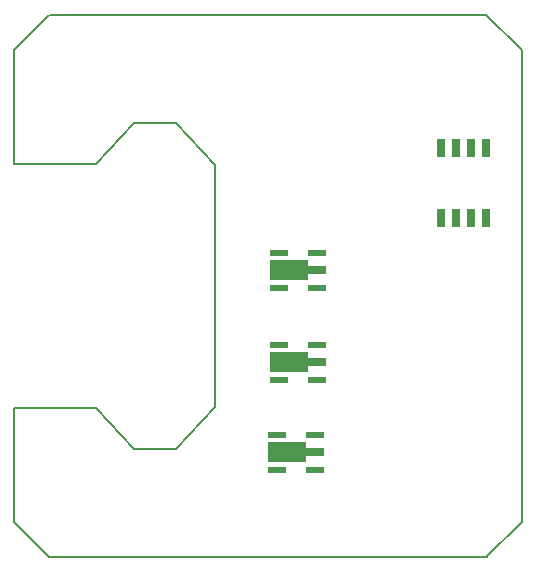
<source format=gtp>
G75*
%MOIN*%
%OFA0B0*%
%FSLAX25Y25*%
%IPPOS*%
%LPD*%
%AMOC8*
5,1,8,0,0,1.08239X$1,22.5*
%
%ADD10R,0.05906X0.01969*%
%ADD11R,0.05906X0.02559*%
%ADD12R,0.12992X0.07087*%
%ADD13R,0.02600X0.06000*%
%ADD14C,0.00600*%
%ADD15C,0.00500*%
D10*
X0092833Y0034220D03*
X0092833Y0046031D03*
X0105628Y0046031D03*
X0105628Y0034220D03*
X0106268Y0064267D03*
X0093472Y0064267D03*
X0093472Y0076078D03*
X0106268Y0076078D03*
X0106249Y0094943D03*
X0106249Y0106754D03*
X0093454Y0106754D03*
X0093454Y0094943D03*
D11*
X0106249Y0100849D03*
X0106268Y0070173D03*
X0105628Y0040125D03*
D12*
X0096278Y0040125D03*
X0096917Y0070173D03*
X0096898Y0100849D03*
D13*
X0147500Y0118294D03*
X0152500Y0118294D03*
X0157500Y0118294D03*
X0162500Y0118294D03*
X0162500Y0141706D03*
X0157500Y0141706D03*
X0152500Y0141706D03*
X0147500Y0141706D03*
D14*
X0016911Y0005100D02*
X0005100Y0016911D01*
X0005100Y0055000D01*
X0032600Y0055000D01*
X0045100Y0041100D01*
X0059100Y0041100D01*
X0072100Y0055100D01*
X0072100Y0136021D01*
X0059100Y0150021D01*
X0045100Y0150021D01*
X0032600Y0136121D01*
X0005100Y0136121D01*
X0005100Y0174250D01*
X0016911Y0186061D01*
X0162580Y0186061D02*
X0174391Y0174250D01*
X0174391Y0016911D01*
X0162580Y0005100D01*
D15*
X0162726Y0005100D02*
X0017100Y0005100D01*
X0017100Y0186021D02*
X0162726Y0186021D01*
M02*

</source>
